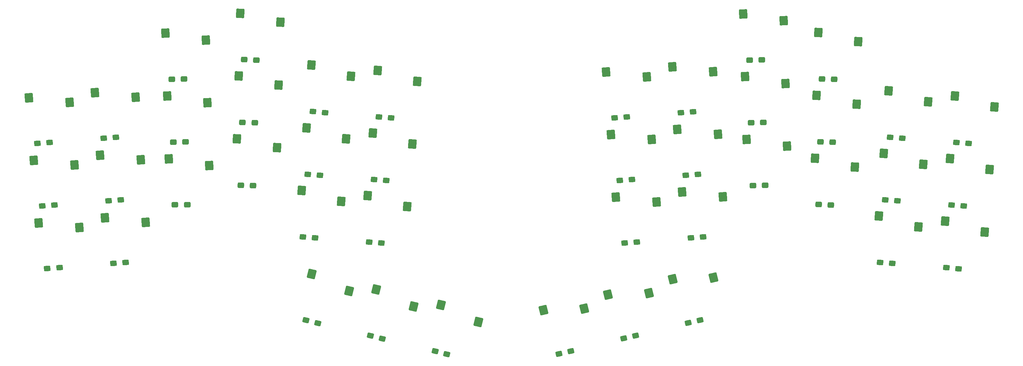
<source format=gbr>
%TF.GenerationSoftware,KiCad,Pcbnew,9.0.0*%
%TF.CreationDate,2025-07-06T20:28:58+03:00*%
%TF.ProjectId,NIOKR,4e494f4b-522e-46b6-9963-61645f706362,rev?*%
%TF.SameCoordinates,Original*%
%TF.FileFunction,Paste,Bot*%
%TF.FilePolarity,Positive*%
%FSLAX46Y46*%
G04 Gerber Fmt 4.6, Leading zero omitted, Abs format (unit mm)*
G04 Created by KiCad (PCBNEW 9.0.0) date 2025-07-06 20:28:58*
%MOMM*%
%LPD*%
G01*
G04 APERTURE LIST*
G04 Aperture macros list*
%AMRoundRect*
0 Rectangle with rounded corners*
0 $1 Rounding radius*
0 $2 $3 $4 $5 $6 $7 $8 $9 X,Y pos of 4 corners*
0 Add a 4 corners polygon primitive as box body*
4,1,4,$2,$3,$4,$5,$6,$7,$8,$9,$2,$3,0*
0 Add four circle primitives for the rounded corners*
1,1,$1+$1,$2,$3*
1,1,$1+$1,$4,$5*
1,1,$1+$1,$6,$7*
1,1,$1+$1,$8,$9*
0 Add four rect primitives between the rounded corners*
20,1,$1+$1,$2,$3,$4,$5,0*
20,1,$1+$1,$4,$5,$6,$7,0*
20,1,$1+$1,$6,$7,$8,$9,0*
20,1,$1+$1,$8,$9,$2,$3,0*%
G04 Aperture macros list end*
%ADD10RoundRect,0.250000X0.927177X1.026081X-0.872206X1.073199X-0.927177X-1.026081X0.872206X-1.073199X0*%
%ADD11RoundRect,0.250000X0.979608X0.976150X-0.814844X1.117376X-0.979608X-0.976150X0.814844X-1.117376X0*%
%ADD12RoundRect,0.250000X0.814844X1.117376X-0.979608X0.976150X-0.814844X-1.117376X0.979608X-0.976150X0*%
%ADD13RoundRect,0.250000X0.872206X1.073199X-0.927177X1.026081X-0.872206X-1.073199X0.927177X-1.026081X0*%
%ADD14RoundRect,0.250000X1.120251X0.810888X-0.630015X1.231089X-1.120251X-0.810888X0.630015X-1.231089X0*%
%ADD15RoundRect,0.250000X0.630015X1.231089X-1.120251X0.810888X-0.630015X-1.231089X1.120251X-0.810888X0*%
%ADD16RoundRect,0.250000X0.691104X0.441446X-0.603949X0.554749X-0.691104X-0.441446X0.603949X-0.554749X0*%
%ADD17RoundRect,0.250000X0.613538X0.544124X-0.683295X0.453440X-0.613538X-0.544124X0.683295X-0.453440X0*%
%ADD18RoundRect,0.250000X0.751653X0.327899X-0.509731X0.642397X-0.751653X-0.327899X0.509731X-0.642397X0*%
%ADD19RoundRect,0.250000X0.641175X0.511268X-0.658627X0.488580X-0.641175X-0.511268X0.658627X-0.488580X0*%
%ADD20RoundRect,0.250000X0.667054X0.477011X-0.632154X0.522380X-0.667054X-0.477011X0.632154X-0.522380X0*%
%ADD21RoundRect,0.250000X0.520865X0.633403X-0.745816X0.340967X-0.520865X-0.633403X0.745816X-0.340967X0*%
G04 APERTURE END LIST*
D10*
%TO.C,R-S2*%
X63905679Y49043999D03*
X52767106Y51536427D03*
%TD*%
D11*
%TO.C,R-S1*%
X83387929Y32256875D03*
X72395065Y35328835D03*
%TD*%
D12*
%TO.C,L-S0*%
X-155680768Y32076413D03*
X-167018852Y33390889D03*
%TD*%
%TO.C,R-S5*%
X5038632Y39216213D03*
X-6299452Y40530689D03*
%TD*%
D13*
%TO.C,L-S8*%
X-117253130Y31973965D03*
X-128506882Y33880030D03*
%TD*%
%TO.C,L-S2*%
X-117711230Y49468065D03*
X-128964982Y51374130D03*
%TD*%
D11*
%TO.C,R-S6*%
X100457829Y13359375D03*
X89464965Y16431335D03*
%TD*%
D10*
%TO.C,R-S8*%
X63447579Y31549899D03*
X52309006Y34042327D03*
%TD*%
D11*
%TO.C,L-S11*%
X-60261671Y20499175D03*
X-71254535Y23571135D03*
%TD*%
D14*
%TO.C,L-S20*%
X-41892156Y-29149439D03*
X-52269119Y-24395637D03*
%TD*%
%TO.C,L-S18*%
X-77869856Y-20511939D03*
X-88246819Y-15758137D03*
%TD*%
D11*
%TO.C,L-S5*%
X-58888571Y37945175D03*
X-69881435Y41017135D03*
%TD*%
D10*
%TO.C,R-S14*%
X62989479Y14055899D03*
X51850906Y16548327D03*
%TD*%
D12*
%TO.C,R-S4*%
X23481632Y40667713D03*
X12143548Y41982189D03*
%TD*%
D13*
%TO.C,R-S3*%
X43178970Y54849065D03*
X31925218Y56755130D03*
%TD*%
%TO.C,L-S14*%
X-116795030Y14479965D03*
X-128048782Y16386030D03*
%TD*%
D15*
%TO.C,R-S18*%
X23622249Y-16730124D03*
X12218126Y-17205498D03*
%TD*%
D10*
%TO.C,L-S9*%
X-97442621Y36930999D03*
X-108581194Y39423427D03*
%TD*%
%TO.C,L-S3*%
X-96984521Y54424999D03*
X-108123094Y56917427D03*
%TD*%
D11*
%TO.C,R-S7*%
X82014829Y14810875D03*
X71021965Y17882835D03*
%TD*%
D12*
%TO.C,L-S6*%
X-154307768Y14630413D03*
X-165645852Y15944889D03*
%TD*%
%TO.C,R-S10*%
X24854632Y23221613D03*
X13516548Y24536089D03*
%TD*%
%TO.C,L-S7*%
X-135864768Y16081913D03*
X-147202852Y17396389D03*
%TD*%
D13*
%TO.C,R-S9*%
X43637070Y37355065D03*
X32383318Y39261130D03*
%TD*%
D15*
%TO.C,R-S19*%
X5633349Y-21048824D03*
X-5770774Y-21524198D03*
%TD*%
D12*
%TO.C,R-S11*%
X6411732Y21770213D03*
X-4926352Y23084689D03*
%TD*%
%TO.C,L-S1*%
X-137237868Y33527913D03*
X-148575952Y34842389D03*
%TD*%
D11*
%TO.C,R-S13*%
X80641829Y-2635225D03*
X69648965Y436735D03*
%TD*%
%TO.C,L-S17*%
X-61634671Y3053075D03*
X-72627535Y6125035D03*
%TD*%
%TO.C,L-S4*%
X-77331571Y39396675D03*
X-88324435Y42468635D03*
%TD*%
D10*
%TO.C,L-S15*%
X-97900721Y19436999D03*
X-109039294Y21929427D03*
%TD*%
D15*
%TO.C,R-S20*%
X-12355451Y-25367624D03*
X-23759574Y-25842998D03*
%TD*%
D14*
%TO.C,L-S19*%
X-59881056Y-24830639D03*
X-70258019Y-20076837D03*
%TD*%
D12*
%TO.C,R-S16*%
X26227732Y5775613D03*
X14889648Y7090089D03*
%TD*%
D11*
%TO.C,R-S12*%
X99084829Y-4086725D03*
X88091965Y-1014765D03*
%TD*%
%TO.C,L-S10*%
X-78704571Y21950575D03*
X-89697435Y25022535D03*
%TD*%
%TO.C,R-S0*%
X101830829Y30805375D03*
X90837965Y33877335D03*
%TD*%
D12*
%TO.C,L-S13*%
X-134491768Y-1364187D03*
X-145829852Y-49711D03*
%TD*%
D11*
%TO.C,L-S16*%
X-80077671Y4504575D03*
X-91070535Y7576535D03*
%TD*%
D12*
%TO.C,R-S17*%
X7784732Y4324113D03*
X-3553352Y5638589D03*
%TD*%
D13*
%TO.C,R-S15*%
X44095170Y19861065D03*
X32841418Y21767130D03*
%TD*%
D12*
%TO.C,L-S12*%
X-152934768Y-2815687D03*
X-164272852Y-1501211D03*
%TD*%
D16*
%TO.C,L-D5*%
X-66109569Y27765535D03*
X-69496631Y28061865D03*
%TD*%
%TO.C,R-D6*%
X93236831Y3179735D03*
X89849769Y3476065D03*
%TD*%
%TO.C,R-D0*%
X94609831Y20625735D03*
X91222769Y20922065D03*
%TD*%
%TO.C,L-D10*%
X-85925569Y11770935D03*
X-89312631Y12067265D03*
%TD*%
D17*
%TO.C,L-D0*%
X-161220441Y20892486D03*
X-164612159Y20655314D03*
%TD*%
%TO.C,R-D10*%
X19315059Y12037686D03*
X15923341Y11800514D03*
%TD*%
D18*
%TO.C,L-D18*%
X-86594397Y-29436667D03*
X-89893403Y-28614133D03*
%TD*%
D16*
%TO.C,R-D12*%
X91863831Y-14266365D03*
X88476769Y-13970035D03*
%TD*%
D17*
%TO.C,L-D13*%
X-140031441Y-12548114D03*
X-143423159Y-12785286D03*
%TD*%
D16*
%TO.C,L-D16*%
X-87298669Y-5675065D03*
X-90685731Y-5378735D03*
%TD*%
%TO.C,R-D7*%
X74793831Y4631135D03*
X71406769Y4927465D03*
%TD*%
D17*
%TO.C,R-D4*%
X17941959Y29483786D03*
X14550241Y29246614D03*
%TD*%
D19*
%TO.C,L-D2*%
X-123828659Y38589369D03*
X-127228141Y38530031D03*
%TD*%
D20*
%TO.C,R-D8*%
X56769264Y21006271D03*
X53371336Y21124929D03*
%TD*%
%TO.C,R-D2*%
X57227364Y38500371D03*
X53829436Y38619029D03*
%TD*%
%TO.C,L-D15*%
X-104579136Y8893371D03*
X-107977064Y9012029D03*
%TD*%
D17*
%TO.C,R-D11*%
X872059Y10586186D03*
X-2519659Y10349014D03*
%TD*%
D19*
%TO.C,L-D14*%
X-122912459Y3601269D03*
X-126311941Y3541931D03*
%TD*%
D16*
%TO.C,L-D17*%
X-68855669Y-7126565D03*
X-72242731Y-6830235D03*
%TD*%
D17*
%TO.C,R-D5*%
X-501041Y28032286D03*
X-3892759Y27795114D03*
%TD*%
D18*
%TO.C,L-D20*%
X-50616697Y-38074167D03*
X-53915703Y-37251633D03*
%TD*%
D17*
%TO.C,L-D12*%
X-158474441Y-13999614D03*
X-161866159Y-14236786D03*
%TD*%
D20*
%TO.C,L-D3*%
X-103662936Y43881371D03*
X-107060864Y44000029D03*
%TD*%
%TO.C,L-D9*%
X-104121036Y26387371D03*
X-107518964Y26506029D03*
%TD*%
D21*
%TO.C,R-D18*%
X19900329Y-28642983D03*
X16587471Y-29407817D03*
%TD*%
%TO.C,R-D19*%
X1911529Y-32961683D03*
X-1401329Y-33726517D03*
%TD*%
D19*
%TO.C,R-D03*%
X37029741Y43929669D03*
X33630259Y43870331D03*
%TD*%
D20*
%TO.C,R-D14*%
X56311164Y3512271D03*
X52913236Y3630929D03*
%TD*%
D19*
%TO.C,R-D9*%
X37519741Y26476369D03*
X34120259Y26417031D03*
%TD*%
D21*
%TO.C,R-D20*%
X-16077371Y-37280483D03*
X-19390229Y-38045317D03*
%TD*%
D17*
%TO.C,L-D1*%
X-142777541Y22343986D03*
X-146169259Y22106814D03*
%TD*%
D16*
%TO.C,L-D4*%
X-84552569Y29217035D03*
X-87939631Y29513365D03*
%TD*%
D18*
%TO.C,L-D19*%
X-68605597Y-33755367D03*
X-71904603Y-32932833D03*
%TD*%
D16*
%TO.C,R-D1*%
X76166931Y22077235D03*
X72779869Y22373565D03*
%TD*%
D17*
%TO.C,L-D7*%
X-141404441Y4897886D03*
X-144796159Y4660714D03*
%TD*%
%TO.C,R-D17*%
X2245059Y-6859814D03*
X-1146659Y-7096986D03*
%TD*%
D19*
%TO.C,L-D8*%
X-123370559Y21095269D03*
X-126770041Y21035931D03*
%TD*%
%TO.C,R-D15*%
X37977841Y8982369D03*
X34578359Y8923031D03*
%TD*%
D16*
%TO.C,R-D13*%
X73420831Y-12814865D03*
X70033769Y-12518535D03*
%TD*%
D17*
%TO.C,L-D6*%
X-159847441Y3446486D03*
X-163239159Y3209314D03*
%TD*%
D16*
%TO.C,L-D11*%
X-67482669Y10319435D03*
X-70869731Y10615765D03*
%TD*%
D17*
%TO.C,R-D16*%
X20688059Y-5408314D03*
X17296341Y-5645486D03*
%TD*%
M02*

</source>
